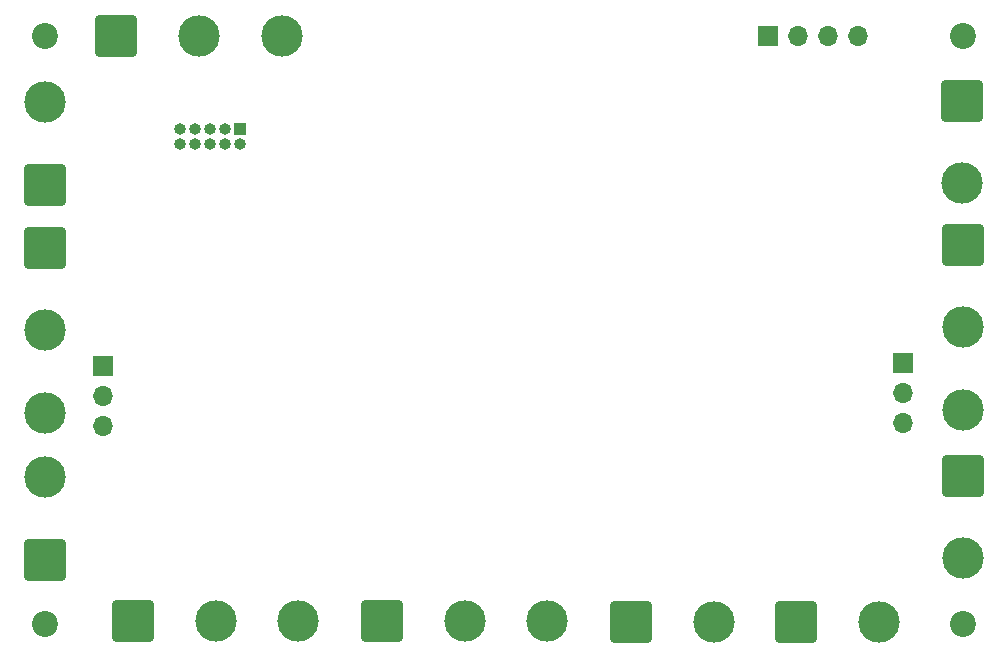
<source format=gbr>
%TF.GenerationSoftware,KiCad,Pcbnew,7.0.10*%
%TF.CreationDate,2024-05-02T22:21:23+08:00*%
%TF.ProjectId,dispo-board,64697370-6f2d-4626-9f61-72642e6b6963,rev?*%
%TF.SameCoordinates,Original*%
%TF.FileFunction,Soldermask,Bot*%
%TF.FilePolarity,Negative*%
%FSLAX46Y46*%
G04 Gerber Fmt 4.6, Leading zero omitted, Abs format (unit mm)*
G04 Created by KiCad (PCBNEW 7.0.10) date 2024-05-02 22:21:23*
%MOMM*%
%LPD*%
G01*
G04 APERTURE LIST*
G04 Aperture macros list*
%AMRoundRect*
0 Rectangle with rounded corners*
0 $1 Rounding radius*
0 $2 $3 $4 $5 $6 $7 $8 $9 X,Y pos of 4 corners*
0 Add a 4 corners polygon primitive as box body*
4,1,4,$2,$3,$4,$5,$6,$7,$8,$9,$2,$3,0*
0 Add four circle primitives for the rounded corners*
1,1,$1+$1,$2,$3*
1,1,$1+$1,$4,$5*
1,1,$1+$1,$6,$7*
1,1,$1+$1,$8,$9*
0 Add four rect primitives between the rounded corners*
20,1,$1+$1,$2,$3,$4,$5,0*
20,1,$1+$1,$4,$5,$6,$7,0*
20,1,$1+$1,$6,$7,$8,$9,0*
20,1,$1+$1,$8,$9,$2,$3,0*%
G04 Aperture macros list end*
%ADD10RoundRect,0.250002X1.499998X-1.499998X1.499998X1.499998X-1.499998X1.499998X-1.499998X-1.499998X0*%
%ADD11C,3.500000*%
%ADD12RoundRect,0.250002X-1.499998X1.499998X-1.499998X-1.499998X1.499998X-1.499998X1.499998X1.499998X0*%
%ADD13C,2.200000*%
%ADD14RoundRect,0.250002X-1.499998X-1.499998X1.499998X-1.499998X1.499998X1.499998X-1.499998X1.499998X0*%
%ADD15R,1.700000X1.700000*%
%ADD16O,1.700000X1.700000*%
%ADD17R,1.000000X1.000000*%
%ADD18O,1.000000X1.000000*%
G04 APERTURE END LIST*
D10*
%TO.C,J10*%
X29464000Y-37986393D03*
D11*
X29464000Y-30986393D03*
%TD*%
D12*
%TO.C,J11*%
X107164658Y-30847607D03*
D11*
X107164658Y-37847607D03*
%TD*%
D12*
%TO.C,J12*%
X29464000Y-43292000D03*
D11*
X29464000Y-50292000D03*
X29464000Y-57292000D03*
%TD*%
D13*
%TO.C,REF\u002A\u002A*%
X107188000Y-25400000D03*
%TD*%
D14*
%TO.C,J1*%
X35530000Y-25400000D03*
D11*
X42530000Y-25400000D03*
X49530000Y-25400000D03*
%TD*%
D15*
%TO.C,J4*%
X90678000Y-25400000D03*
D16*
X93218000Y-25400000D03*
X95758000Y-25400000D03*
X98298000Y-25400000D03*
%TD*%
D14*
%TO.C,J7*%
X93077607Y-74953342D03*
D11*
X100077607Y-74953342D03*
%TD*%
D15*
%TO.C,JP2*%
X102150438Y-53011352D03*
D16*
X102150438Y-55551352D03*
X102150438Y-58091352D03*
%TD*%
D12*
%TO.C,J9*%
X107188000Y-62596000D03*
D11*
X107188000Y-69596000D03*
%TD*%
D17*
%TO.C,J14*%
X45974000Y-33274000D03*
D18*
X45974000Y-34544000D03*
X44704000Y-33274000D03*
X44704000Y-34544000D03*
X43434000Y-33274000D03*
X43434000Y-34544000D03*
X42164000Y-33274000D03*
X42164000Y-34544000D03*
X40894000Y-33274000D03*
X40894000Y-34544000D03*
%TD*%
D13*
%TO.C,REF\u002A\u002A*%
X29464000Y-75184000D03*
%TD*%
D14*
%TO.C,J3*%
X58024000Y-74930000D03*
D11*
X65024000Y-74930000D03*
X72024000Y-74930000D03*
%TD*%
D10*
%TO.C,J8*%
X29487342Y-69736393D03*
D11*
X29487342Y-62736393D03*
%TD*%
D13*
%TO.C,REF\u002A\u002A*%
X29464000Y-25400000D03*
%TD*%
D14*
%TO.C,J6*%
X79107607Y-74953342D03*
D11*
X86107607Y-74953342D03*
%TD*%
D13*
%TO.C,REF\u002A\u002A*%
X107188000Y-75184000D03*
%TD*%
D15*
%TO.C,JP1*%
X34398306Y-53327793D03*
D16*
X34398306Y-55867793D03*
X34398306Y-58407793D03*
%TD*%
D12*
%TO.C,J13*%
X107188000Y-43038000D03*
D11*
X107188000Y-50038000D03*
X107188000Y-57038000D03*
%TD*%
D14*
%TO.C,J2*%
X36942000Y-74930000D03*
D11*
X43942000Y-74930000D03*
X50942000Y-74930000D03*
%TD*%
M02*

</source>
